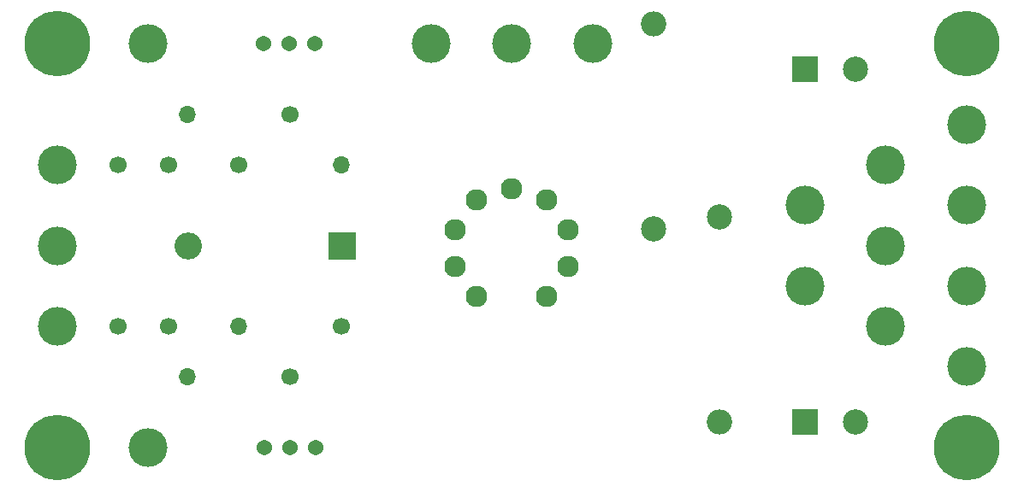
<source format=gbr>
%TF.GenerationSoftware,KiCad,Pcbnew,5.1.6-c6e7f7d~87~ubuntu20.04.1*%
%TF.CreationDate,2020-08-29T22:12:38-04:00*%
%TF.ProjectId,Tube AMP GU17 Power Output Stage,54756265-2041-44d5-9020-475531372050,rev?*%
%TF.SameCoordinates,Original*%
%TF.FileFunction,Soldermask,Top*%
%TF.FilePolarity,Negative*%
%FSLAX46Y46*%
G04 Gerber Fmt 4.6, Leading zero omitted, Abs format (unit mm)*
G04 Created by KiCad (PCBNEW 5.1.6-c6e7f7d~87~ubuntu20.04.1) date 2020-08-29 22:12:38*
%MOMM*%
%LPD*%
G01*
G04 APERTURE LIST*
%ADD10C,3.840000*%
%ADD11C,1.540000*%
%ADD12O,2.700000X2.700000*%
%ADD13R,2.700000X2.700000*%
%ADD14C,0.900000*%
%ADD15C,6.500000*%
%ADD16O,1.700000X1.700000*%
%ADD17C,1.700000*%
%ADD18C,2.130000*%
%ADD19O,2.500000X2.500000*%
%ADD20C,2.500000*%
%ADD21R,2.500000X2.500000*%
G04 APERTURE END LIST*
D10*
%TO.C,J17*%
X146000000Y-93000000D03*
%TD*%
D11*
%TO.C,RV2*%
X92420000Y-77000000D03*
X94960000Y-77000000D03*
X97500000Y-77000000D03*
%TD*%
%TO.C,RV1*%
X92460000Y-117000000D03*
X95000000Y-117000000D03*
X97540000Y-117000000D03*
%TD*%
D12*
%TO.C,D1*%
X85000000Y-97000000D03*
D13*
X100240000Y-97000000D03*
%TD*%
D10*
%TO.C,J16*%
X162000000Y-93000000D03*
%TD*%
%TO.C,J15*%
X117000000Y-77000000D03*
%TD*%
%TO.C,J14*%
X125000000Y-77000000D03*
%TD*%
%TO.C,J13*%
X109000000Y-77000000D03*
%TD*%
D14*
%TO.C,H4*%
X73697056Y-115302944D03*
X72000000Y-114600000D03*
X70302944Y-115302944D03*
X69600000Y-117000000D03*
X70302944Y-118697056D03*
X72000000Y-119400000D03*
X73697056Y-118697056D03*
X74400000Y-117000000D03*
D15*
X72000000Y-117000000D03*
%TD*%
D14*
%TO.C,H3*%
X163697056Y-115302944D03*
X162000000Y-114600000D03*
X160302944Y-115302944D03*
X159600000Y-117000000D03*
X160302944Y-118697056D03*
X162000000Y-119400000D03*
X163697056Y-118697056D03*
X164400000Y-117000000D03*
D15*
X162000000Y-117000000D03*
%TD*%
D14*
%TO.C,H2*%
X163697056Y-75302944D03*
X162000000Y-74600000D03*
X160302944Y-75302944D03*
X159600000Y-77000000D03*
X160302944Y-78697056D03*
X162000000Y-79400000D03*
X163697056Y-78697056D03*
X164400000Y-77000000D03*
D15*
X162000000Y-77000000D03*
%TD*%
D14*
%TO.C,H1*%
X73697056Y-75302944D03*
X72000000Y-74600000D03*
X70302944Y-75302944D03*
X69600000Y-77000000D03*
X70302944Y-78697056D03*
X72000000Y-79400000D03*
X73697056Y-78697056D03*
X74400000Y-77000000D03*
D15*
X72000000Y-77000000D03*
%TD*%
D16*
%TO.C,R7*%
X100160000Y-89000000D03*
D17*
X90000000Y-89000000D03*
%TD*%
D16*
%TO.C,R3*%
X90000000Y-105000000D03*
D17*
X100160000Y-105000000D03*
%TD*%
D16*
%TO.C,R2*%
X84840000Y-84000000D03*
D17*
X95000000Y-84000000D03*
%TD*%
D16*
%TO.C,R1*%
X84840000Y-110000000D03*
D17*
X95000000Y-110000000D03*
%TD*%
D10*
%TO.C,J12*%
X162000000Y-109000000D03*
%TD*%
%TO.C,J11*%
X162000000Y-101000000D03*
%TD*%
%TO.C,J10*%
X162000000Y-85000000D03*
%TD*%
%TO.C,J9*%
X154000000Y-89000000D03*
%TD*%
%TO.C,J8*%
X146000000Y-101000000D03*
%TD*%
%TO.C,J7*%
X154000000Y-97000000D03*
%TD*%
%TO.C,J6*%
X154000000Y-105000000D03*
%TD*%
%TO.C,J5*%
X81000000Y-117000000D03*
%TD*%
%TO.C,J4*%
X81000000Y-77000000D03*
%TD*%
D18*
%TO.C,V1*%
X120410000Y-102000000D03*
X122560000Y-99030000D03*
X122560000Y-95420000D03*
X120410000Y-92490000D03*
X116950000Y-91350000D03*
X113500000Y-92490000D03*
X111350000Y-95420000D03*
X111350000Y-99070000D03*
X113500000Y-102000000D03*
%TD*%
D19*
%TO.C,R5*%
X137500000Y-114500000D03*
D20*
X137500000Y-94180000D03*
%TD*%
D19*
%TO.C,R4*%
X131000000Y-75000000D03*
D20*
X131000000Y-95320000D03*
%TD*%
D10*
%TO.C,J3*%
X72000000Y-105000000D03*
%TD*%
%TO.C,J2*%
X72000000Y-97000000D03*
%TD*%
%TO.C,J1*%
X72000000Y-89000000D03*
%TD*%
D20*
%TO.C,C5*%
X151000000Y-114500000D03*
D21*
X146000000Y-114500000D03*
%TD*%
D20*
%TO.C,C4*%
X151000000Y-79500000D03*
D21*
X146000000Y-79500000D03*
%TD*%
D17*
%TO.C,C2*%
X83000000Y-89000000D03*
X78000000Y-89000000D03*
%TD*%
%TO.C,C1*%
X83000000Y-105000000D03*
X78000000Y-105000000D03*
%TD*%
M02*

</source>
